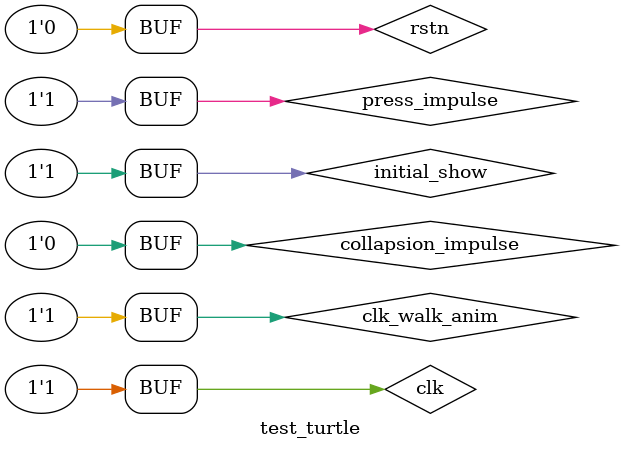
<source format=v>
`timescale 1ns / 1ps


module test_turtle;

	// Inputs
	reg clk;
	reg clk_walk_anim;
	reg rstn;
	reg initial_show;
	reg collapsion_impulse;
	reg press_impulse;

	// Outputs
	wire [5:0] id;
	wire oriental;
	wire [10:0] w;
	wire [10:0] h;
	wire shell;
	wire shell_anim;

	// Instantiate the Unit Under Test (UUT)
	Turtle uut (
		.clk(clk), 
		.clk_walk_anim(clk_walk_anim), 
		.rstn(rstn), 
		.initial_show(initial_show), 
		.collapsion_impulse(collapsion_impulse), 
		.press_impulse(press_impulse), 
		.id(id), 
		.oriental(oriental), 
		.w(w), 
		.h(h), 
		.shell(shell), 
		.shell_anim(shell_anim)
	);

	initial begin
		// Initialize Inputs
		clk = 0;
		clk_walk_anim = 0;
		rstn = 1;
		initial_show = 1;
		collapsion_impulse = 0;
		press_impulse = 0;

		// Wait 100 ns for global reset to finish
		#10;
		rstn = 0;
		#50;
		collapsion_impulse = 1;
		#50;
		collapsion_impulse = 0;
		#50;
		press_impulse = 1;
		#50;
		press_impulse = 0;
		#50;
		press_impulse = 1;
        
		// Add stimulus here

	end
	
	always begin
		clk_walk_anim = 0;
		clk = 0;
		#2;
		clk = 1;
		#2;
		clk_walk_anim = 1;
		clk = 0;
		#2;
		clk = 1;
		#2;
	end
      
endmodule


</source>
